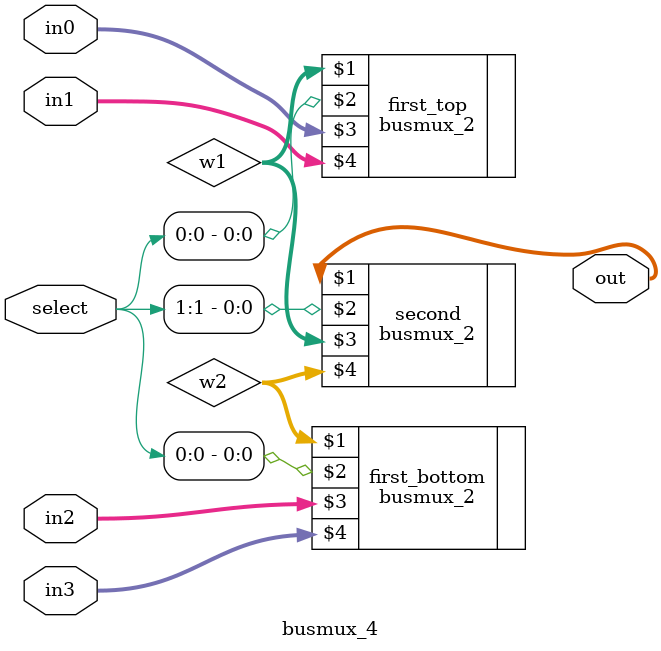
<source format=v>
module busmux_4(out, select, in0, in1, in2, in3);
    input [1:0] select;
    input [31:0] in0, in1, in2, in3;
    output [31:0] out;
    wire [31:0] w1, w2;
    busmux_2 first_top(w1, select[0], in0, in1);
    busmux_2 first_bottom(w2, select[0], in2, in3);
    busmux_2 second(out, select[1], w1, w2);
endmodule
</source>
